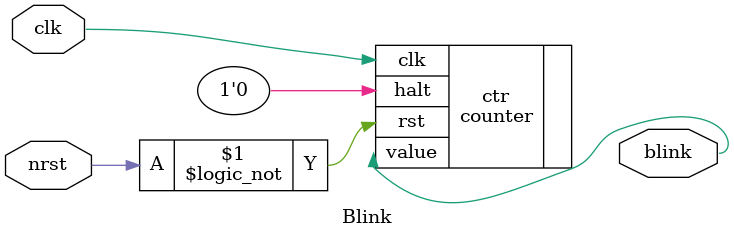
<source format=v>
module Blink (
`ifdef USE_POWER_PINS
		inout vccd1,	// User area 1 1.8V supply
		inout vssd1,	// User area 1 digital ground
`endif

		input wire clk,
		input wire nrst,

		output wire blink
	);

counter #(.WIDTH(1), .DIV(24), .TOP(0)) ctr(.clk(clk), .rst(!nrst), .halt(1'b0), .value(blink));
	
endmodule
</source>
